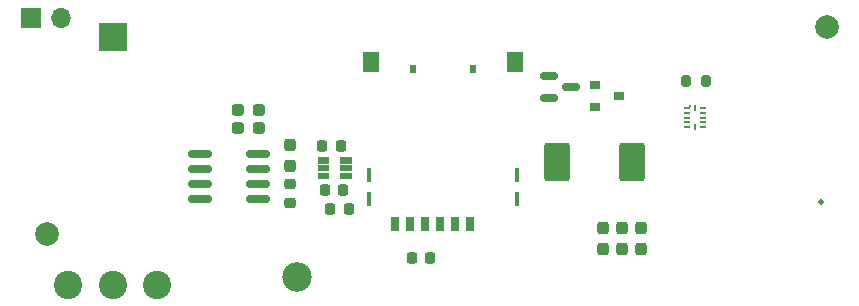
<source format=gbr>
%TF.GenerationSoftware,KiCad,Pcbnew,8.0.4*%
%TF.CreationDate,2024-09-18T13:26:39+01:00*%
%TF.ProjectId,BG95V4,42473935-5634-42e6-9b69-6361645f7063,rev?*%
%TF.SameCoordinates,Original*%
%TF.FileFunction,Soldermask,Top*%
%TF.FilePolarity,Negative*%
%FSLAX46Y46*%
G04 Gerber Fmt 4.6, Leading zero omitted, Abs format (unit mm)*
G04 Created by KiCad (PCBNEW 8.0.4) date 2024-09-18 13:26:39*
%MOMM*%
%LPD*%
G01*
G04 APERTURE LIST*
G04 Aperture macros list*
%AMRoundRect*
0 Rectangle with rounded corners*
0 $1 Rounding radius*
0 $2 $3 $4 $5 $6 $7 $8 $9 X,Y pos of 4 corners*
0 Add a 4 corners polygon primitive as box body*
4,1,4,$2,$3,$4,$5,$6,$7,$8,$9,$2,$3,0*
0 Add four circle primitives for the rounded corners*
1,1,$1+$1,$2,$3*
1,1,$1+$1,$4,$5*
1,1,$1+$1,$6,$7*
1,1,$1+$1,$8,$9*
0 Add four rect primitives between the rounded corners*
20,1,$1+$1,$2,$3,$4,$5,0*
20,1,$1+$1,$4,$5,$6,$7,0*
20,1,$1+$1,$6,$7,$8,$9,0*
20,1,$1+$1,$8,$9,$2,$3,0*%
G04 Aperture macros list end*
%ADD10C,0.010000*%
%ADD11RoundRect,0.218750X0.218750X0.256250X-0.218750X0.256250X-0.218750X-0.256250X0.218750X-0.256250X0*%
%ADD12RoundRect,0.218750X-0.256250X0.218750X-0.256250X-0.218750X0.256250X-0.218750X0.256250X0.218750X0*%
%ADD13RoundRect,0.250001X-0.837499X-1.399999X0.837499X-1.399999X0.837499X1.399999X-0.837499X1.399999X0*%
%ADD14RoundRect,0.237500X0.237500X-0.287500X0.237500X0.287500X-0.237500X0.287500X-0.237500X-0.287500X0*%
%ADD15RoundRect,0.237500X0.287500X0.237500X-0.287500X0.237500X-0.287500X-0.237500X0.287500X-0.237500X0*%
%ADD16RoundRect,0.237500X-0.237500X0.287500X-0.237500X-0.287500X0.237500X-0.287500X0.237500X0.287500X0*%
%ADD17RoundRect,0.150000X-0.825000X-0.150000X0.825000X-0.150000X0.825000X0.150000X-0.825000X0.150000X0*%
%ADD18R,0.900000X0.800000*%
%ADD19R,0.650000X1.150000*%
%ADD20R,0.450000X1.300000*%
%ADD21R,1.400000X1.700000*%
%ADD22R,0.540000X0.800000*%
%ADD23R,0.600000X0.200000*%
%ADD24R,0.150000X0.250000*%
%ADD25R,0.200000X0.600000*%
%ADD26RoundRect,0.200000X-0.200000X-0.275000X0.200000X-0.275000X0.200000X0.275000X-0.200000X0.275000X0*%
%ADD27R,2.400000X2.400000*%
%ADD28C,2.400000*%
%ADD29C,2.500000*%
%ADD30C,2.000000*%
%ADD31R,1.700000X1.700000*%
%ADD32O,1.700000X1.700000*%
%ADD33C,0.500000*%
%ADD34RoundRect,0.150000X-0.587500X-0.150000X0.587500X-0.150000X0.587500X0.150000X-0.587500X0.150000X0*%
G04 APERTURE END LIST*
D10*
%TO.C,D1*%
X30010000Y8825000D02*
X29109300Y8825000D01*
X29109300Y9275436D01*
X30010000Y9275436D01*
X30010000Y8825000D01*
G36*
X30010000Y8825000D02*
G01*
X29109300Y8825000D01*
X29109300Y9275436D01*
X30010000Y9275436D01*
X30010000Y8825000D01*
G37*
X30010000Y8175000D02*
X29109180Y8175000D01*
X29109180Y8625131D01*
X30010000Y8625131D01*
X30010000Y8175000D01*
G36*
X30010000Y8175000D02*
G01*
X29109180Y8175000D01*
X29109180Y8625131D01*
X30010000Y8625131D01*
X30010000Y8175000D01*
G37*
X30010000Y7525000D02*
X29108190Y7525000D01*
X29108190Y7974449D01*
X30010000Y7974449D01*
X30010000Y7525000D01*
G36*
X30010000Y7525000D02*
G01*
X29108190Y7525000D01*
X29108190Y7974449D01*
X30010000Y7974449D01*
X30010000Y7525000D01*
G37*
X31910000Y8825000D02*
X31010083Y8825000D01*
X31010083Y9275145D01*
X31910000Y9275145D01*
X31910000Y8825000D01*
G36*
X31910000Y8825000D02*
G01*
X31010083Y8825000D01*
X31010083Y9275145D01*
X31910000Y9275145D01*
X31910000Y8825000D01*
G37*
X31910000Y8175000D02*
X31010565Y8175000D01*
X31010565Y8625254D01*
X31910000Y8625254D01*
X31910000Y8175000D01*
G36*
X31910000Y8175000D02*
G01*
X31010565Y8175000D01*
X31010565Y8625254D01*
X31910000Y8625254D01*
X31910000Y8175000D01*
G37*
X31910000Y7525000D02*
X31010308Y7525000D01*
X31010308Y7974738D01*
X31910000Y7974738D01*
X31910000Y7525000D01*
G36*
X31910000Y7525000D02*
G01*
X31010308Y7525000D01*
X31010308Y7974738D01*
X31910000Y7974738D01*
X31910000Y7525000D01*
G37*
%TD*%
D11*
%TO.C,C1*%
X31297500Y6500000D03*
X29722500Y6500000D03*
%TD*%
%TO.C,C2*%
X31047500Y10190000D03*
X29472500Y10190000D03*
%TD*%
%TO.C,C3*%
X31750100Y4860000D03*
X30175100Y4860000D03*
%TD*%
D12*
%TO.C,C4*%
X26797000Y7010500D03*
X26797000Y5435500D03*
%TD*%
D13*
%TO.C,C6*%
X49390500Y8890000D03*
X55765500Y8890000D03*
%TD*%
D14*
%TO.C,C7*%
X53300000Y1525000D03*
X53300000Y3275000D03*
%TD*%
D15*
%TO.C,C8*%
X24141400Y11734800D03*
X22391400Y11734800D03*
%TD*%
D14*
%TO.C,C9*%
X54900000Y1525000D03*
X54900000Y3275000D03*
%TD*%
D15*
%TO.C,C10*%
X24141400Y13309600D03*
X22391400Y13309600D03*
%TD*%
D14*
%TO.C,C11*%
X56500000Y1525000D03*
X56500000Y3275000D03*
%TD*%
D16*
%TO.C,C12*%
X26797000Y10287000D03*
X26797000Y8537000D03*
%TD*%
D17*
%TO.C,Q2*%
X19150000Y9555000D03*
X19150000Y8285000D03*
X19150000Y7015000D03*
X19150000Y5745000D03*
X24100000Y5745000D03*
X24100000Y7015000D03*
X24100000Y8285000D03*
X24100000Y9555000D03*
%TD*%
D18*
%TO.C,Q8*%
X52594000Y15428000D03*
X52594000Y13528000D03*
X54594000Y14478000D03*
%TD*%
D11*
%TO.C,R1*%
X38658900Y711200D03*
X37083900Y711200D03*
%TD*%
D19*
%TO.C,J11*%
X36945000Y3605000D03*
X39485000Y3605000D03*
X42025000Y3605000D03*
X35675000Y3605000D03*
X38215000Y3605000D03*
X40755000Y3605000D03*
D20*
X33430000Y5775000D03*
X33430000Y7775000D03*
X45970000Y5775000D03*
X45970000Y7775000D03*
D21*
X45805000Y17335000D03*
X33595000Y17335000D03*
D22*
X37160000Y16755000D03*
X42240000Y16755000D03*
%TD*%
D23*
%TO.C,U2*%
X60425000Y13425000D03*
D24*
X60650000Y13600000D03*
D23*
X60425000Y13025000D03*
X60425000Y12625000D03*
X60425000Y12225000D03*
X60425000Y11825000D03*
D25*
X61075000Y11825000D03*
D23*
X61725000Y11825000D03*
X61725000Y12225000D03*
X61725000Y12625000D03*
X61725000Y13025000D03*
X61725000Y13425000D03*
D25*
X61075000Y13425000D03*
%TD*%
D26*
%TO.C,R3*%
X60300000Y15725000D03*
X61950000Y15725000D03*
%TD*%
D27*
%TO.C,BT1*%
X11750000Y19500000D03*
D28*
X11750000Y-1500000D03*
X15500000Y-1500000D03*
X8000000Y-1500000D03*
%TD*%
D29*
%TO.C,H1*%
X27330400Y-863600D03*
%TD*%
D30*
%TO.C,FID1*%
X72237600Y20294600D03*
%TD*%
D31*
%TO.C,J1*%
X4800000Y21100000D03*
D32*
X7340000Y21100000D03*
%TD*%
D30*
%TO.C,FID4*%
X6223000Y2794000D03*
%TD*%
D33*
%TO.C,TP1*%
X71689600Y5511800D03*
%TD*%
D34*
%TO.C,Q3*%
X48671000Y16190000D03*
X48671000Y14290000D03*
X50546000Y15240000D03*
%TD*%
M02*

</source>
